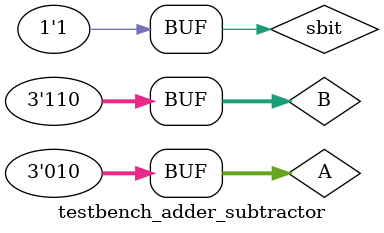
<source format=v>
`timescale 1ns / 1ps

module testbench_adder_subtractor();

reg[2:0] A;
reg[2:0] B;
reg sbit;
wire [6:0] S;
wire dp;
adder_subtractor test(A, B, sbit, S, dp);

initial begin
#100 A = 3'b011; B = 3'b100; sbit = 0; //3 + 4
#100 A = 3'b011; B = 3'b100; sbit = 1; //3 - 4
#100 A = 3'b111; B = 3'b111; sbit = 0; //7 + 7
#100 A = 3'b010; B = 3'b110; sbit = 1; //2 - 6

end
endmodule
</source>
